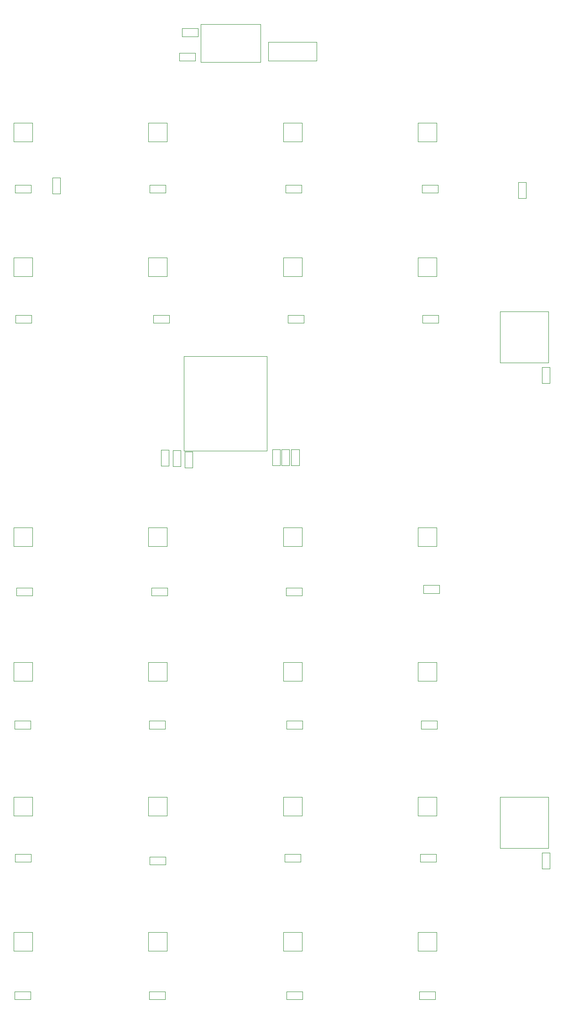
<source format=gbr>
%TF.GenerationSoftware,KiCad,Pcbnew,(5.1.7-0-10_14)*%
%TF.CreationDate,2021-09-21T18:25:26-03:00*%
%TF.ProjectId,Faduino-1,46616475-696e-46f2-9d31-2e6b69636164,1*%
%TF.SameCoordinates,Original*%
%TF.FileFunction,Other,User*%
%FSLAX46Y46*%
G04 Gerber Fmt 4.6, Leading zero omitted, Abs format (unit mm)*
G04 Created by KiCad (PCBNEW (5.1.7-0-10_14)) date 2021-09-21 18:25:26*
%MOMM*%
%LPD*%
G01*
G04 APERTURE LIST*
%ADD10C,0.050000*%
%ADD11C,0.120000*%
G04 APERTURE END LIST*
D10*
%TO.C,Mux_2*%
X163500000Y-173250000D02*
X163500000Y-182750000D01*
X172500000Y-173250000D02*
X172500000Y-182750000D01*
X172500000Y-182750000D02*
X163500000Y-182750000D01*
X172500000Y-173250000D02*
X163500000Y-173250000D01*
%TO.C,Mux_1*%
X163500000Y-83250000D02*
X163500000Y-92750000D01*
X172500000Y-83250000D02*
X172500000Y-92750000D01*
X172500000Y-92750000D02*
X163500000Y-92750000D01*
X172500000Y-83250000D02*
X163500000Y-83250000D01*
%TO.C,C6*%
X102090000Y-85370000D02*
X99130000Y-85370000D01*
X102090000Y-83910000D02*
X102090000Y-85370000D01*
X99130000Y-83910000D02*
X102090000Y-83910000D01*
X99130000Y-85370000D02*
X99130000Y-83910000D01*
%TO.C,C5*%
X73630000Y-83910000D02*
X76590000Y-83910000D01*
X73630000Y-85370000D02*
X73630000Y-83910000D01*
X76590000Y-85370000D02*
X73630000Y-85370000D01*
X76590000Y-83910000D02*
X76590000Y-85370000D01*
%TO.C,C8*%
X152090000Y-85370000D02*
X149130000Y-85370000D01*
X152090000Y-83910000D02*
X152090000Y-85370000D01*
X149130000Y-83910000D02*
X152090000Y-83910000D01*
X149130000Y-85370000D02*
X149130000Y-83910000D01*
%TO.C,C7*%
X127090000Y-85370000D02*
X124130000Y-85370000D01*
X127090000Y-83910000D02*
X127090000Y-85370000D01*
X124130000Y-83910000D02*
X127090000Y-83910000D01*
X124130000Y-85370000D02*
X124130000Y-83910000D01*
%TO.C,C_mux_1*%
X171270000Y-96480000D02*
X171270000Y-93520000D01*
X172730000Y-96480000D02*
X171270000Y-96480000D01*
X172730000Y-93520000D02*
X172730000Y-96480000D01*
X171270000Y-93520000D02*
X172730000Y-93520000D01*
%TO.C,C_mux_2*%
X171270000Y-186480000D02*
X171270000Y-183520000D01*
X172730000Y-186480000D02*
X171270000Y-186480000D01*
X172730000Y-183520000D02*
X172730000Y-186480000D01*
X171270000Y-183520000D02*
X172730000Y-183520000D01*
%TO.C,C_pwr_1*%
X104520000Y-30770000D02*
X107480000Y-30770000D01*
X104520000Y-32230000D02*
X104520000Y-30770000D01*
X107480000Y-32230000D02*
X104520000Y-32230000D01*
X107480000Y-30770000D02*
X107480000Y-32230000D01*
%TO.C,C_pwr_2*%
X104020000Y-35270000D02*
X106980000Y-35270000D01*
X104020000Y-36730000D02*
X104020000Y-35270000D01*
X106980000Y-36730000D02*
X104020000Y-36730000D01*
X106980000Y-35270000D02*
X106980000Y-36730000D01*
%TO.C,C1*%
X76480000Y-61230000D02*
X73520000Y-61230000D01*
X76480000Y-59770000D02*
X76480000Y-61230000D01*
X73520000Y-59770000D02*
X76480000Y-59770000D01*
X73520000Y-61230000D02*
X73520000Y-59770000D01*
%TO.C,C13*%
X126760000Y-135930000D02*
X123800000Y-135930000D01*
X126760000Y-134470000D02*
X126760000Y-135930000D01*
X123800000Y-134470000D02*
X126760000Y-134470000D01*
X123800000Y-135930000D02*
X123800000Y-134470000D01*
%TO.C,C2*%
X101480000Y-61230000D02*
X98520000Y-61230000D01*
X101480000Y-59770000D02*
X101480000Y-61230000D01*
X98520000Y-59770000D02*
X101480000Y-59770000D01*
X98520000Y-61230000D02*
X98520000Y-59770000D01*
%TO.C,C14*%
X152260000Y-135430000D02*
X149300000Y-135430000D01*
X152260000Y-133970000D02*
X152260000Y-135430000D01*
X149300000Y-133970000D02*
X152260000Y-133970000D01*
X149300000Y-135430000D02*
X149300000Y-133970000D01*
%TO.C,C3*%
X126705000Y-61230000D02*
X123745000Y-61230000D01*
X126705000Y-59770000D02*
X126705000Y-61230000D01*
X123745000Y-59770000D02*
X126705000Y-59770000D01*
X123745000Y-61230000D02*
X123745000Y-59770000D01*
%TO.C,C15*%
X76350000Y-160570000D02*
X73390000Y-160570000D01*
X76350000Y-159110000D02*
X76350000Y-160570000D01*
X73390000Y-159110000D02*
X76350000Y-159110000D01*
X73390000Y-160570000D02*
X73390000Y-159110000D01*
%TO.C,C4*%
X149020000Y-59770000D02*
X151980000Y-59770000D01*
X149020000Y-61230000D02*
X149020000Y-59770000D01*
X151980000Y-61230000D02*
X149020000Y-61230000D01*
X151980000Y-59770000D02*
X151980000Y-61230000D01*
%TO.C,C16*%
X101350000Y-160570000D02*
X98390000Y-160570000D01*
X101350000Y-159110000D02*
X101350000Y-160570000D01*
X98390000Y-159110000D02*
X101350000Y-159110000D01*
X98390000Y-160570000D02*
X98390000Y-159110000D01*
%TO.C,C17*%
X126850000Y-160570000D02*
X123890000Y-160570000D01*
X126850000Y-159110000D02*
X126850000Y-160570000D01*
X123890000Y-159110000D02*
X126850000Y-159110000D01*
X123890000Y-160570000D02*
X123890000Y-159110000D01*
%TO.C,C18*%
X151850000Y-160570000D02*
X148890000Y-160570000D01*
X151850000Y-159110000D02*
X151850000Y-160570000D01*
X148890000Y-159110000D02*
X151850000Y-159110000D01*
X148890000Y-160570000D02*
X148890000Y-159110000D01*
%TO.C,C19*%
X76480000Y-185290000D02*
X73520000Y-185290000D01*
X76480000Y-183830000D02*
X76480000Y-185290000D01*
X73520000Y-183830000D02*
X76480000Y-183830000D01*
X73520000Y-185290000D02*
X73520000Y-183830000D01*
%TO.C,C20*%
X101480000Y-185790000D02*
X98520000Y-185790000D01*
X101480000Y-184330000D02*
X101480000Y-185790000D01*
X98520000Y-184330000D02*
X101480000Y-184330000D01*
X98520000Y-185790000D02*
X98520000Y-184330000D01*
%TO.C,C9*%
X151640000Y-185270000D02*
X148680000Y-185270000D01*
X151640000Y-183810000D02*
X151640000Y-185270000D01*
X148680000Y-183810000D02*
X151640000Y-183810000D01*
X148680000Y-185270000D02*
X148680000Y-183810000D01*
%TO.C,C21*%
X126480000Y-185290000D02*
X123520000Y-185290000D01*
X126480000Y-183830000D02*
X126480000Y-185290000D01*
X123520000Y-183830000D02*
X126480000Y-183830000D01*
X123520000Y-185290000D02*
X123520000Y-183830000D01*
%TO.C,C10*%
X151480000Y-210760000D02*
X148520000Y-210760000D01*
X151480000Y-209300000D02*
X151480000Y-210760000D01*
X148520000Y-209300000D02*
X151480000Y-209300000D01*
X148520000Y-210760000D02*
X148520000Y-209300000D01*
%TO.C,C22*%
X76380000Y-210760000D02*
X73420000Y-210760000D01*
X76380000Y-209300000D02*
X76380000Y-210760000D01*
X73420000Y-209300000D02*
X76380000Y-209300000D01*
X73420000Y-210760000D02*
X73420000Y-209300000D01*
%TO.C,C11*%
X76760000Y-135930000D02*
X73800000Y-135930000D01*
X76760000Y-134470000D02*
X76760000Y-135930000D01*
X73800000Y-134470000D02*
X76760000Y-134470000D01*
X73800000Y-135930000D02*
X73800000Y-134470000D01*
%TO.C,C23*%
X101380000Y-210760000D02*
X98420000Y-210760000D01*
X101380000Y-209300000D02*
X101380000Y-210760000D01*
X98420000Y-209300000D02*
X101380000Y-209300000D01*
X98420000Y-210760000D02*
X98420000Y-209300000D01*
%TO.C,C12*%
X101760000Y-135930000D02*
X98800000Y-135930000D01*
X101760000Y-134470000D02*
X101760000Y-135930000D01*
X98800000Y-134470000D02*
X101760000Y-134470000D01*
X98800000Y-135930000D02*
X98800000Y-134470000D01*
%TO.C,C24*%
X126880000Y-210760000D02*
X123920000Y-210760000D01*
X126880000Y-209300000D02*
X126880000Y-210760000D01*
X123920000Y-209300000D02*
X126880000Y-209300000D01*
X123920000Y-210760000D02*
X123920000Y-209300000D01*
%TO.C,C_enc_1*%
X100570000Y-111880000D02*
X100570000Y-108920000D01*
X102030000Y-111880000D02*
X100570000Y-111880000D01*
X102030000Y-108920000D02*
X102030000Y-111880000D01*
X100570000Y-108920000D02*
X102030000Y-108920000D01*
%TO.C,C_enc_2*%
X124770000Y-111780000D02*
X124770000Y-108820000D01*
X126230000Y-111780000D02*
X124770000Y-111780000D01*
X126230000Y-108820000D02*
X126230000Y-111780000D01*
X124770000Y-108820000D02*
X126230000Y-108820000D01*
D11*
%TO.C,D2*%
X101740000Y-48260000D02*
X98260000Y-48260000D01*
X101740000Y-51740000D02*
X98260000Y-51740000D01*
X101740000Y-48260000D02*
X101740000Y-51740000D01*
X98260000Y-51740000D02*
X98260000Y-48260000D01*
%TO.C,D3*%
X126740000Y-48260000D02*
X123260000Y-48260000D01*
X126740000Y-51740000D02*
X123260000Y-51740000D01*
X126740000Y-48260000D02*
X126740000Y-51740000D01*
X123260000Y-51740000D02*
X123260000Y-48260000D01*
%TO.C,D4*%
X151740000Y-48260000D02*
X148260000Y-48260000D01*
X151740000Y-51740000D02*
X148260000Y-51740000D01*
X151740000Y-48260000D02*
X151740000Y-51740000D01*
X148260000Y-51740000D02*
X148260000Y-48260000D01*
%TO.C,D5*%
X76740000Y-73260000D02*
X73260000Y-73260000D01*
X76740000Y-76740000D02*
X73260000Y-76740000D01*
X76740000Y-73260000D02*
X76740000Y-76740000D01*
X73260000Y-76740000D02*
X73260000Y-73260000D01*
%TO.C,D6*%
X101740000Y-73260000D02*
X98260000Y-73260000D01*
X101740000Y-76740000D02*
X98260000Y-76740000D01*
X101740000Y-73260000D02*
X101740000Y-76740000D01*
X98260000Y-76740000D02*
X98260000Y-73260000D01*
%TO.C,D7*%
X126740000Y-73260000D02*
X123260000Y-73260000D01*
X126740000Y-76740000D02*
X123260000Y-76740000D01*
X126740000Y-73260000D02*
X126740000Y-76740000D01*
X123260000Y-76740000D02*
X123260000Y-73260000D01*
%TO.C,D8*%
X151740000Y-73260000D02*
X148260000Y-73260000D01*
X151740000Y-76740000D02*
X148260000Y-76740000D01*
X151740000Y-73260000D02*
X151740000Y-76740000D01*
X148260000Y-76740000D02*
X148260000Y-73260000D01*
%TO.C,D9*%
X151740000Y-173260000D02*
X148260000Y-173260000D01*
X151740000Y-176740000D02*
X148260000Y-176740000D01*
X151740000Y-173260000D02*
X151740000Y-176740000D01*
X148260000Y-176740000D02*
X148260000Y-173260000D01*
%TO.C,D10*%
X151740000Y-198260000D02*
X148260000Y-198260000D01*
X151740000Y-201740000D02*
X148260000Y-201740000D01*
X151740000Y-198260000D02*
X151740000Y-201740000D01*
X148260000Y-201740000D02*
X148260000Y-198260000D01*
%TO.C,D11*%
X76740000Y-123260000D02*
X73260000Y-123260000D01*
X76740000Y-126740000D02*
X73260000Y-126740000D01*
X76740000Y-123260000D02*
X76740000Y-126740000D01*
X73260000Y-126740000D02*
X73260000Y-123260000D01*
%TO.C,D12*%
X101740000Y-123260000D02*
X98260000Y-123260000D01*
X101740000Y-126740000D02*
X98260000Y-126740000D01*
X101740000Y-123260000D02*
X101740000Y-126740000D01*
X98260000Y-126740000D02*
X98260000Y-123260000D01*
%TO.C,D13*%
X126740000Y-123260000D02*
X123260000Y-123260000D01*
X126740000Y-126740000D02*
X123260000Y-126740000D01*
X126740000Y-123260000D02*
X126740000Y-126740000D01*
X123260000Y-126740000D02*
X123260000Y-123260000D01*
%TO.C,D14*%
X151740000Y-123260000D02*
X148260000Y-123260000D01*
X151740000Y-126740000D02*
X148260000Y-126740000D01*
X151740000Y-123260000D02*
X151740000Y-126740000D01*
X148260000Y-126740000D02*
X148260000Y-123260000D01*
%TO.C,D15*%
X76740000Y-148260000D02*
X73260000Y-148260000D01*
X76740000Y-151740000D02*
X73260000Y-151740000D01*
X76740000Y-148260000D02*
X76740000Y-151740000D01*
X73260000Y-151740000D02*
X73260000Y-148260000D01*
%TO.C,D16*%
X101740000Y-148260000D02*
X98260000Y-148260000D01*
X101740000Y-151740000D02*
X98260000Y-151740000D01*
X101740000Y-148260000D02*
X101740000Y-151740000D01*
X98260000Y-151740000D02*
X98260000Y-148260000D01*
%TO.C,D17*%
X126740000Y-148260000D02*
X123260000Y-148260000D01*
X126740000Y-151740000D02*
X123260000Y-151740000D01*
X126740000Y-148260000D02*
X126740000Y-151740000D01*
X123260000Y-151740000D02*
X123260000Y-148260000D01*
%TO.C,D18*%
X151740000Y-148260000D02*
X148260000Y-148260000D01*
X151740000Y-151740000D02*
X148260000Y-151740000D01*
X151740000Y-148260000D02*
X151740000Y-151740000D01*
X148260000Y-151740000D02*
X148260000Y-148260000D01*
%TO.C,D19*%
X76740000Y-173260000D02*
X73260000Y-173260000D01*
X76740000Y-176740000D02*
X73260000Y-176740000D01*
X76740000Y-173260000D02*
X76740000Y-176740000D01*
X73260000Y-176740000D02*
X73260000Y-173260000D01*
%TO.C,D20*%
X101740000Y-173260000D02*
X98260000Y-173260000D01*
X101740000Y-176740000D02*
X98260000Y-176740000D01*
X101740000Y-173260000D02*
X101740000Y-176740000D01*
X98260000Y-176740000D02*
X98260000Y-173260000D01*
%TO.C,D21*%
X126740000Y-173260000D02*
X123260000Y-173260000D01*
X126740000Y-176740000D02*
X123260000Y-176740000D01*
X126740000Y-173260000D02*
X126740000Y-176740000D01*
X123260000Y-176740000D02*
X123260000Y-173260000D01*
%TO.C,D22*%
X76740000Y-198260000D02*
X73260000Y-198260000D01*
X76740000Y-201740000D02*
X73260000Y-201740000D01*
X76740000Y-198260000D02*
X76740000Y-201740000D01*
X73260000Y-201740000D02*
X73260000Y-198260000D01*
%TO.C,D23*%
X101740000Y-198260000D02*
X98260000Y-198260000D01*
X101740000Y-201740000D02*
X98260000Y-201740000D01*
X101740000Y-198260000D02*
X101740000Y-201740000D01*
X98260000Y-201740000D02*
X98260000Y-198260000D01*
%TO.C,D24*%
X126740000Y-198260000D02*
X123260000Y-198260000D01*
X126740000Y-201740000D02*
X123260000Y-201740000D01*
X126740000Y-198260000D02*
X126740000Y-201740000D01*
X123260000Y-201740000D02*
X123260000Y-198260000D01*
%TO.C,D_1*%
X76740000Y-48260000D02*
X73260000Y-48260000D01*
X76740000Y-51740000D02*
X73260000Y-51740000D01*
X76740000Y-48260000D02*
X76740000Y-51740000D01*
X73260000Y-51740000D02*
X73260000Y-48260000D01*
D10*
%TO.C,Diode1*%
X120500000Y-36750000D02*
X120500000Y-33250000D01*
X129500000Y-36750000D02*
X120500000Y-36750000D01*
X129500000Y-33250000D02*
X129500000Y-36750000D01*
X120500000Y-33250000D02*
X129500000Y-33250000D01*
%TO.C,Encoder1*%
X104850000Y-109030000D02*
X104850000Y-91530000D01*
X104850000Y-109030000D02*
X120250000Y-109030000D01*
X120250000Y-91530000D02*
X104850000Y-91530000D01*
X120250000Y-91530000D02*
X120250000Y-109030000D01*
%TO.C,R1*%
X166870000Y-62220000D02*
X166870000Y-59260000D01*
X168330000Y-62220000D02*
X166870000Y-62220000D01*
X168330000Y-59260000D02*
X168330000Y-62220000D01*
X166870000Y-59260000D02*
X168330000Y-59260000D01*
%TO.C,R2*%
X104280000Y-108970000D02*
X104280000Y-111930000D01*
X102820000Y-108970000D02*
X104280000Y-108970000D01*
X102820000Y-111930000D02*
X102820000Y-108970000D01*
X104280000Y-111930000D02*
X102820000Y-111930000D01*
%TO.C,R3*%
X106420000Y-109180000D02*
X106420000Y-112140000D01*
X104960000Y-109180000D02*
X106420000Y-109180000D01*
X104960000Y-112140000D02*
X104960000Y-109180000D01*
X106420000Y-112140000D02*
X104960000Y-112140000D01*
%TO.C,R4*%
X122730000Y-108820000D02*
X122730000Y-111780000D01*
X121270000Y-108820000D02*
X122730000Y-108820000D01*
X121270000Y-111780000D02*
X121270000Y-108820000D01*
X122730000Y-111780000D02*
X121270000Y-111780000D01*
%TO.C,R5*%
X122970000Y-111780000D02*
X122970000Y-108820000D01*
X124430000Y-111780000D02*
X122970000Y-111780000D01*
X124430000Y-108820000D02*
X124430000Y-111780000D01*
X122970000Y-108820000D02*
X124430000Y-108820000D01*
%TO.C,R19*%
X81890000Y-58390000D02*
X81890000Y-61350000D01*
X80430000Y-58390000D02*
X81890000Y-58390000D01*
X80430000Y-61350000D02*
X80430000Y-58390000D01*
X81890000Y-61350000D02*
X80430000Y-61350000D01*
%TO.C,Tension_reg1*%
X119050000Y-30000000D02*
X107950000Y-30000000D01*
X119050000Y-37000000D02*
X119050000Y-30000000D01*
X107950000Y-37000000D02*
X119050000Y-37000000D01*
X107950000Y-30000000D02*
X107950000Y-37000000D01*
%TD*%
M02*

</source>
